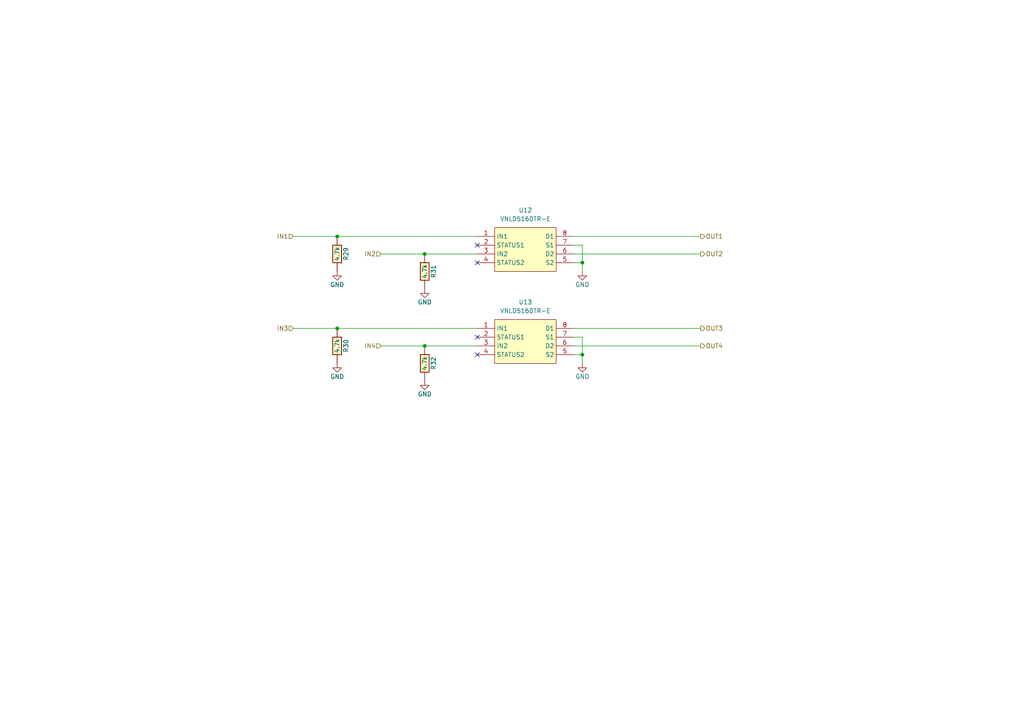
<source format=kicad_sch>
(kicad_sch (version 20250114) (generator "eeschema") (generator_version "9.0")
  (paper "A4")
  (title_block (title "UAEFI") (date "2025-04-30") (rev "E") (company "rusEFI.com"))
  (lib_symbols
    (symbol "chips:VNLD5160"
      (property "Reference" "U" (at 6.35 3.81 0))
      (property "Value" "VNLD5160TR-E" (at 12.7 -11.43 0))
      (symbol "VNLD5160_1_1"
        (rectangle (start 5.08 2.54) (end 22.86 -10.16) (fill (type background)))
        (pin input line (at 0 0 0) (length 5.08) (name "IN1") (number "1"))
        (pin open_collector line (at 0 -2.54 0) (length 5.08) (name "STATUS1") (number "2"))
        (pin input line (at 0 -5.08 0) (length 5.08) (name "IN2") (number "3"))
        (pin open_collector line (at 0 -7.62 0) (length 5.08) (name "STATUS2") (number "4"))
        (pin power_out line (at 27.94 0 180) (length 5.08) (name "D1") (number "8"))
        (pin power_in line (at 27.94 -2.54 180) (length 5.08) (name "S1") (number "7"))
        (pin power_out line (at 27.94 -5.08 180) (length 5.08) (name "D2") (number "6"))
        (pin power_in line (at 27.94 -7.62 180) (length 5.08) (name "S2") (number "5"))
      )
    )
    (symbol "hellen-one-common:Res" (pin_numbers (hide yes))
      (property "Reference" "R" (at 3.81 2.54 0))
      (property "Value" "Res" (at 5.08 -2.54 0))
      (symbol "Res_1_0"
        (rectangle (start 2.54 -1.27) (end 7.62 1.27) (stroke (width 0.254)) (fill (type background)))
        (pin passive line (at 0 0 0) (length 2.54) (name "") (number "1"))
        (pin passive line (at 10.16 0 180) (length 2.54) (name "") (number "2"))
      )
    )
    (symbol "power:GND" (power) (pin_numbers (hide yes)) (pin_names (offset 0) (hide yes))
      (property "Value" "GND" (at 0 -3.81 0))
      (symbol "GND_0_1"
        (polyline (pts (xy 0 0) (xy 0 -1.27) (xy 1.27 -1.27) (xy 0 -2.54) (xy -1.27 -1.27) (xy 0 -1.27)))
      )
      (symbol "GND_1_1"
        (pin power_in line (at 0 0 270) (length 0) (name "~") (number "1"))
      )
    )
  )
  (junction (at 123.19 73.66))
  (junction (at 123.19 100.33))
  (junction (at 168.91 102.87))
  (junction (at 168.91 76.2))
  (junction (at 97.79 68.58))
  (junction (at 97.79 95.25))
  (no_connect (at 138.43 76.2))
  (no_connect (at 138.43 102.87))
  (no_connect (at 138.43 97.79))
  (no_connect (at 138.43 71.12))
  (wire (pts (xy 168.91 97.79) (xy 166.37 97.79)))
  (wire (pts (xy 138.43 68.58) (xy 97.79 68.58)))
  (wire (pts (xy 168.91 102.87) (xy 168.91 97.79)))
  (wire (pts (xy 97.79 68.58) (xy 85.09 68.58)))
  (wire (pts (xy 97.79 95.25) (xy 85.09 95.25)))
  (wire (pts (xy 168.91 71.12) (xy 166.37 71.12)))
  (wire (pts (xy 138.43 100.33) (xy 123.19 100.33)))
  (wire (pts (xy 168.91 105.41) (xy 168.91 102.87)))
  (wire (pts (xy 203.2 68.58) (xy 166.37 68.58)))
  (wire (pts (xy 168.91 102.87) (xy 166.37 102.87)))
  (wire (pts (xy 168.91 76.2) (xy 168.91 71.12)))
  (wire (pts (xy 138.43 95.25) (xy 97.79 95.25)))
  (wire (pts (xy 123.19 73.66) (xy 110.49 73.66)))
  (wire (pts (xy 123.19 100.33) (xy 110.49 100.33)))
  (wire (pts (xy 203.2 100.33) (xy 166.37 100.33)))
  (wire (pts (xy 203.2 73.66) (xy 166.37 73.66)))
  (wire (pts (xy 203.2 95.25) (xy 166.37 95.25)))
  (wire (pts (xy 168.91 76.2) (xy 166.37 76.2)))
  (wire (pts (xy 168.91 78.74) (xy 168.91 76.2)))
  (wire (pts (xy 138.43 73.66) (xy 123.19 73.66)))
  (hierarchical_label "IN1" (shape input) (at 85.09 68.58 180))
  (hierarchical_label "OUT4" (shape output) (at 203.2 100.33 0))
  (hierarchical_label "OUT3" (shape output) (at 203.2 95.25 0))
  (hierarchical_label "OUT2" (shape output) (at 203.2 73.66 0))
  (hierarchical_label "IN2" (shape input) (at 110.49 73.66 180))
  (hierarchical_label "IN3" (shape input) (at 85.09 95.25 180))
  (hierarchical_label "OUT1" (shape output) (at 203.2 68.58 0))
  (hierarchical_label "IN4" (shape input) (at 110.49 100.33 180))
  (symbol (lib_id "hellen-one-common:Res") (at 97.79 78.74 270) (mirror x) (unit 1)
    (property "Reference" "R29" (at 100.33 73.66 0))
    (property "Value" "4.7k" (at 97.79 73.66 0))
    (property "Footprint" "Resistor_SMD:R_0603_1608Metric" (effects (hide yes)))
    (property "LCSC" "C23162" (effects (hide yes)))
  )
  (symbol (lib_id "hellen-one-common:Res") (at 97.79 105.41 270) (mirror x) (unit 1)
    (property "Reference" "R30" (at 100.33 100.33 0))
    (property "Value" "4.7k" (at 97.79 100.33 0))
    (property "Footprint" "Resistor_SMD:R_0603_1608Metric" (effects (hide yes)))
    (property "LCSC" "C23162" (effects (hide yes)))
  )
  (symbol (lib_id "power:GND") (at 168.91 78.74 0) (unit 1)
    (property "Reference" "#PWR073" (effects (hide yes)))
    (property "Value" "GND" (at 168.91 82.55 0))
    (property "Description" "Power symbol creates a global label with name \"GND\" , ground" (effects (hide yes)))
  )
  (symbol (lib_id "power:GND") (at 97.79 105.41 0) (unit 1)
    (property "Reference" "#PWR070" (effects (hide yes)))
    (property "Value" "GND" (at 97.79 109.22 0))
    (property "Description" "Power symbol creates a global label with name \"GND\" , ground" (effects (hide yes)))
  )
  (symbol (lib_id "chips:VNLD5160") (at 138.43 95.25 0) (unit 1)
    (property "Reference" "U13" (at 152.4 87.63 0))
    (property "Value" "VNLD5160TR-E" (at 152.4 90.17 0))
    (property "Footprint" "Package_SO:SOIC-8_3.9x4.9mm_P1.27mm" (effects (hide yes)))
    (property "LCSC" "C377942" (effects (hide yes)))
  )
  (symbol (lib_id "power:GND") (at 168.91 105.41 0) (unit 1)
    (property "Reference" "#PWR074" (effects (hide yes)))
    (property "Value" "GND" (at 168.91 109.22 0))
    (property "Description" "Power symbol creates a global label with name \"GND\" , ground" (effects (hide yes)))
  )
  (symbol (lib_id "power:GND") (at 123.19 83.82 0) (unit 1)
    (property "Reference" "#PWR071" (effects (hide yes)))
    (property "Value" "GND" (at 123.19 87.63 0))
    (property "Description" "Power symbol creates a global label with name \"GND\" , ground" (effects (hide yes)))
  )
  (symbol (lib_id "chips:VNLD5160") (at 138.43 68.58 0) (unit 1)
    (property "Reference" "U12" (at 152.4 60.96 0))
    (property "Value" "VNLD5160TR-E" (at 152.4 63.5 0))
    (property "Footprint" "Package_SO:SOIC-8_3.9x4.9mm_P1.27mm" (effects (hide yes)))
    (property "LCSC" "C377942" (effects (hide yes)))
  )
  (symbol (lib_id "power:GND") (at 97.79 78.74 0) (unit 1)
    (property "Reference" "#PWR069" (effects (hide yes)))
    (property "Value" "GND" (at 97.79 82.55 0))
    (property "Description" "Power symbol creates a global label with name \"GND\" , ground" (effects (hide yes)))
  )
  (symbol (lib_id "power:GND") (at 123.19 110.49 0) (unit 1)
    (property "Reference" "#PWR072" (effects (hide yes)))
    (property "Value" "GND" (at 123.19 114.3 0))
    (property "Description" "Power symbol creates a global label with name \"GND\" , ground" (effects (hide yes)))
  )
  (symbol (lib_id "hellen-one-common:Res") (at 123.19 110.49 270) (mirror x) (unit 1)
    (property "Reference" "R32" (at 125.73 105.41 0))
    (property "Value" "4.7k" (at 123.19 105.41 0))
    (property "Footprint" "Resistor_SMD:R_0603_1608Metric" (effects (hide yes)))
    (property "LCSC" "C23162" (effects (hide yes)))
  )
  (symbol (lib_id "hellen-one-common:Res") (at 123.19 83.82 270) (mirror x) (unit 1)
    (property "Reference" "R31" (at 125.73 78.74 0))
    (property "Value" "4.7k" (at 123.19 78.74 0))
    (property "Footprint" "Resistor_SMD:R_0603_1608Metric" (effects (hide yes)))
    (property "LCSC" "C23162" (effects (hide yes)))
  )
)
</source>
